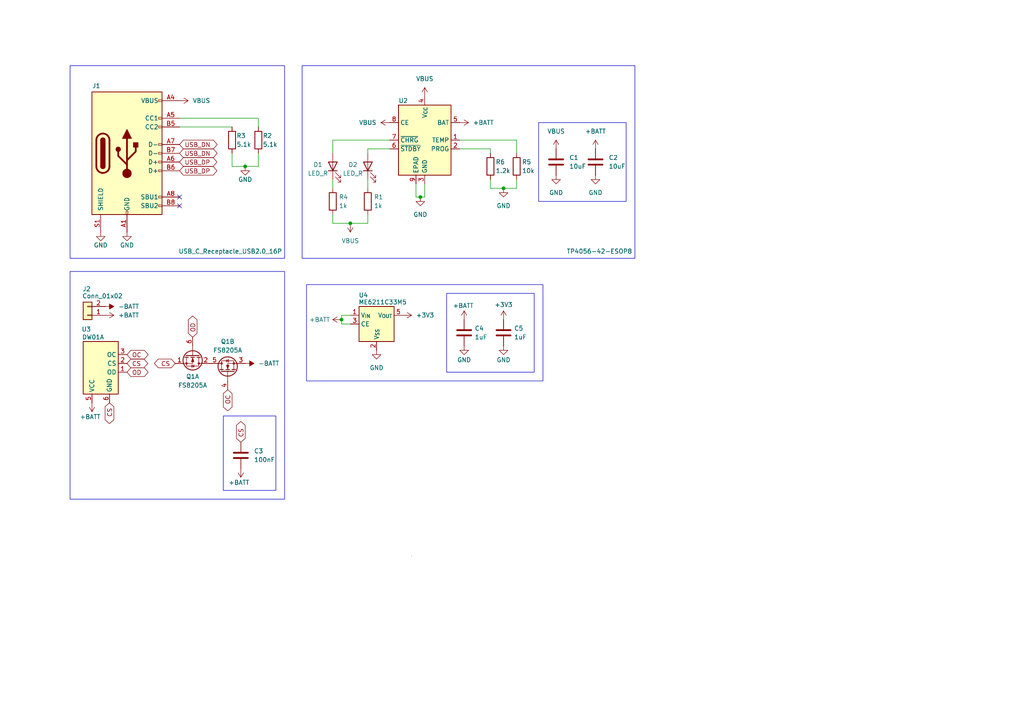
<source format=kicad_sch>
(kicad_sch (version 20250114) (generator "eeschema") (generator_version "9.0")
  (paper "A4")
  (lib_symbols
    (symbol "Battery_Management:DW01A"
      (property "Reference" "U3" (at 1.2701 6.35 90))
      (property "Value" "DW01A" (at -1.2699 6.35 90))
      (symbol "DW01A_0_1"
        (pin power_in line (at -10.16 2.54 0) (length 2.54) (name "VCC") (number "5"))
        (pin power_in line (at -10.16 -2.54 0) (length 2.54) (name "GND") (number "6"))
        (pin output line (at -1.27 -7.62 90) (length 2.54) (name "OD") (number "1"))
        (pin input line (at 1.27 -7.62 90) (length 2.54) (name "CS") (number "2"))
        (pin output line (at 3.81 -7.62 90) (length 2.54) (name "OC") (number "3"))
      )
      (symbol "DW01A_1_1"
        (rectangle (start -7.62 5.08) (end 7.62 -5.08) (stroke (width 0.254)) (fill (type background)))
        (pin no_connect line (at 10.16 2.54 180) (length 2.54) (hide yes) (name "TD") (number "4"))
      )
    )
    (symbol "Battery_Management:TP4056-42-ESOP8"
      (property "Reference" "U" (at -6.604 11.684 0))
      (property "Value" "TP4056-42-ESOP8" (at 10.16 11.684 0))
      (symbol "TP4056-42-ESOP8_1_0"
        (pin input line (at -10.16 5.08 0) (length 2.54) (name "CE") (number "8"))
        (pin open_collector line (at -10.16 0 0) (length 2.54) (name "~{CHRG}") (number "7"))
        (pin open_collector line (at -10.16 -2.54 0) (length 2.54) (name "~{STDBY}") (number "6"))
        (pin passive line (at -2.54 -12.7 90) (length 2.54) (name "EPAD") (number "9"))
        (pin power_in line (at 0 12.7 270) (length 2.54) (name "V_{CC}") (number "4"))
        (pin power_in line (at 0 -12.7 90) (length 2.54) (name "GND") (number "3"))
        (pin power_out line (at 10.16 5.08 180) (length 2.54) (name "BAT") (number "5"))
        (pin input line (at 10.16 0 180) (length 2.54) (name "TEMP") (number "1"))
        (pin passive line (at 10.16 -2.54 180) (length 2.54) (name "PROG") (number "2"))
      )
      (symbol "TP4056-42-ESOP8_1_1"
        (rectangle (start -7.62 10.16) (end 7.62 -10.16) (stroke (width 0.254)) (fill (type background)))
      )
    )
    (symbol "Connector:USB_C_Receptacle_USB2.0_16P" (pin_names (offset 1.016))
      (property "Reference" "J" (at 0 22.225 0))
      (property "Value" "USB_C_Receptacle_USB2.0_16P" (at 0 19.685 0))
      (symbol "USB_C_Receptacle_USB2.0_16P_0_0"
        (rectangle (start -0.254 -17.78) (end 0.254 -16.764))
        (rectangle (start 10.16 15.494) (end 9.144 14.986))
        (rectangle (start 10.16 10.414) (end 9.144 9.906))
        (rectangle (start 10.16 7.874) (end 9.144 7.366))
        (rectangle (start 10.16 2.794) (end 9.144 2.286))
        (rectangle (start 10.16 0.254) (end 9.144 -0.254))
        (rectangle (start 10.16 -2.286) (end 9.144 -2.794))
        (rectangle (start 10.16 -4.826) (end 9.144 -5.334))
        (rectangle (start 10.16 -12.446) (end 9.144 -12.954))
        (rectangle (start 10.16 -14.986) (end 9.144 -15.494))
      )
      (symbol "USB_C_Receptacle_USB2.0_16P_0_1"
        (rectangle (start -10.16 17.78) (end 10.16 -17.78) (stroke (width 0.254)) (fill (type background)))
        (polyline (pts (xy -8.89 -3.81) (xy -8.89 3.81)) (stroke (width 0.508)))
        (rectangle (start -7.62 -3.81) (end -6.35 3.81) (stroke (width 0.254)) (fill (type outline)))
        (arc (start -7.62 3.81) (mid -6.985 4.4423) (end -6.35 3.81) (stroke (width 0.254)))
        (arc (start -7.62 3.81) (mid -6.985 4.4423) (end -6.35 3.81) (stroke (width 0.254)) (fill (type outline)))
        (arc (start -8.89 3.81) (mid -6.985 5.7067) (end -5.08 3.81) (stroke (width 0.508)))
        (arc (start -5.08 -3.81) (mid -6.985 -5.7067) (end -8.89 -3.81) (stroke (width 0.508)))
        (arc (start -6.35 -3.81) (mid -6.985 -4.4423) (end -7.62 -3.81) (stroke (width 0.254)))
        (arc (start -6.35 -3.81) (mid -6.985 -4.4423) (end -7.62 -3.81) (stroke (width 0.254)) (fill (type outline)))
        (polyline (pts (xy -5.08 3.81) (xy -5.08 -3.81)) (stroke (width 0.508)))
        (circle (center -2.54 1.143) (radius 0.635) (stroke (width 0.254)) (fill (type outline)))
        (polyline (pts (xy -1.27 4.318) (xy 0 6.858) (xy 1.27 4.318) (xy -1.27 4.318)) (stroke (width 0.254)) (fill (type outline)))
        (polyline (pts (xy 0 -2.032) (xy 2.54 0.508) (xy 2.54 1.778)) (stroke (width 0.508)))
        (polyline (pts (xy 0 -3.302) (xy -2.54 -0.762) (xy -2.54 0.508)) (stroke (width 0.508)))
        (polyline (pts (xy 0 -5.842) (xy 0 4.318)) (stroke (width 0.508)))
        (circle (center 0 -5.842) (radius 1.27) (fill (type outline)))
        (rectangle (start 1.905 1.778) (end 3.175 3.048) (stroke (width 0.254)) (fill (type outline)))
      )
      (symbol "USB_C_Receptacle_USB2.0_16P_1_1"
        (pin passive line (at -7.62 -22.86 90) (length 5.08) (name "SHIELD") (number "S1"))
        (pin passive line (at 0 -22.86 90) (length 5.08) (name "GND") (number "A1"))
        (pin passive line (at 0 -22.86 90) (length 5.08) (hide yes) (name "GND") (number "A12"))
        (pin passive line (at 0 -22.86 90) (length 5.08) (hide yes) (name "GND") (number "B1"))
        (pin passive line (at 0 -22.86 90) (length 5.08) (hide yes) (name "GND") (number "B12"))
        (pin passive line (at 15.24 15.24 180) (length 5.08) (name "VBUS") (number "A4"))
        (pin passive line (at 15.24 15.24 180) (length 5.08) (hide yes) (name "VBUS") (number "A9"))
        (pin passive line (at 15.24 15.24 180) (length 5.08) (hide yes) (name "VBUS") (number "B4"))
        (pin passive line (at 15.24 15.24 180) (length 5.08) (hide yes) (name "VBUS") (number "B9"))
        (pin bidirectional line (at 15.24 10.16 180) (length 5.08) (name "CC1") (number "A5"))
        (pin bidirectional line (at 15.24 7.62 180) (length 5.08) (name "CC2") (number "B5"))
        (pin bidirectional line (at 15.24 2.54 180) (length 5.08) (name "D-") (number "A7"))
        (pin bidirectional line (at 15.24 0 180) (length 5.08) (name "D-") (number "B7"))
        (pin bidirectional line (at 15.24 -2.54 180) (length 5.08) (name "D+") (number "A6"))
        (pin bidirectional line (at 15.24 -5.08 180) (length 5.08) (name "D+") (number "B6"))
        (pin bidirectional line (at 15.24 -12.7 180) (length 5.08) (name "SBU1") (number "A8"))
        (pin bidirectional line (at 15.24 -15.24 180) (length 5.08) (name "SBU2") (number "B8"))
      )
    )
    (symbol "Connector_Generic:Conn_01x02" (pin_names (offset 1.016) (hide yes))
      (property "Reference" "J" (at 0 2.54 0))
      (property "Value" "Conn_01x02" (at 0 -5.08 0))
      (symbol "Conn_01x02_1_1"
        (rectangle (start -1.27 1.27) (end 1.27 -3.81) (stroke (width 0.254)) (fill (type background)))
        (rectangle (start -1.27 0.127) (end 0 -0.127) (stroke (width 0.1524)))
        (rectangle (start -1.27 -2.413) (end 0 -2.667) (stroke (width 0.1524)))
        (pin passive line (at -5.08 0 0) (length 3.81) (name "Pin_1") (number "1"))
        (pin passive line (at -5.08 -2.54 0) (length 3.81) (name "Pin_2") (number "2"))
      )
    )
    (symbol "Device:C" (pin_numbers (hide yes)) (pin_names (offset 0.254))
      (property "Reference" "C" (at 0.635 2.54 0))
      (property "Value" "C" (at 0.635 -2.54 0))
      (symbol "C_0_1"
        (polyline (pts (xy -2.032 0.762) (xy 2.032 0.762)) (stroke (width 0.508)))
        (polyline (pts (xy -2.032 -0.762) (xy 2.032 -0.762)) (stroke (width 0.508)))
      )
      (symbol "C_1_1"
        (pin passive line (at 0 3.81 270) (length 2.794) (name "~") (number "1"))
        (pin passive line (at 0 -3.81 90) (length 2.794) (name "~") (number "2"))
      )
    )
    (symbol "Device:LED" (pin_numbers (hide yes)) (pin_names (offset 1.016) (hide yes))
      (property "Reference" "D" (at 0 2.54 0))
      (property "Value" "LED" (at 0 -2.54 0))
      (symbol "LED_0_1"
        (polyline (pts (xy -3.048 -0.762) (xy -4.572 -2.286) (xy -3.81 -2.286) (xy -4.572 -2.286) (xy -4.572 -1.524)))
        (polyline (pts (xy -1.778 -0.762) (xy -3.302 -2.286) (xy -2.54 -2.286) (xy -3.302 -2.286) (xy -3.302 -1.524)))
        (polyline (pts (xy -1.27 0) (xy 1.27 0)))
        (polyline (pts (xy -1.27 -1.27) (xy -1.27 1.27)) (stroke (width 0.254)))
        (polyline (pts (xy 1.27 -1.27) (xy 1.27 1.27) (xy -1.27 0) (xy 1.27 -1.27)) (stroke (width 0.254)))
      )
      (symbol "LED_1_1"
        (pin passive line (at -3.81 0 0) (length 2.54) (name "K") (number "1"))
        (pin passive line (at 3.81 0 180) (length 2.54) (name "A") (number "2"))
      )
    )
    (symbol "Device:R" (pin_numbers (hide yes)) (pin_names (offset 0))
      (property "Reference" "R" (at 2.032 0 90))
      (property "Value" "R" (at 0 0 90))
      (symbol "R_0_1"
        (rectangle (start -1.016 -2.54) (end 1.016 2.54) (stroke (width 0.254)))
      )
      (symbol "R_1_1"
        (pin passive line (at 0 3.81 270) (length 1.27) (name "~") (number "1"))
        (pin passive line (at 0 -3.81 90) (length 1.27) (name "~") (number "2"))
      )
    )
    (symbol "Regulator_Linear:ME6211C33M5"
      (property "Reference" "U" (at -4.572 6.35 0))
      (property "Value" "ME6211C33M5" (at 10.16 8.636 0))
      (symbol "ME6211C33M5_1_1"
        (rectangle (start -5.08 5.08) (end 5.08 -5.08) (stroke (width 0.254)) (fill (type background)))
        (pin power_in line (at -7.62 2.54 0) (length 2.54) (name "V_{IN}") (number "1"))
        (pin input line (at -7.62 0 0) (length 2.54) (name "CE") (number "3"))
        (pin power_in line (at 0 -7.62 90) (length 2.54) (name "V_{SS}") (number "2"))
        (pin no_connect line (at 5.08 0 180) (length 2.54) (hide yes) (name "NC") (number "4"))
        (pin power_out line (at 7.62 2.54 180) (length 2.54) (name "V_{OUT}") (number "5"))
      )
    )
    (symbol "VRCBadge:FS8205A" (pin_names (offset 0) (hide yes))
      (property "Reference" "Q" (at 5.08 1.905 0))
      (property "Value" "FS8205A" (at 5.08 0 0))
      (symbol "FS8205A_0_1"
        (polyline (pts (xy 0.254 1.905) (xy 0.254 -1.905)) (stroke (width 0.254)))
        (polyline (pts (xy 0.254 0) (xy -2.54 0)))
        (polyline (pts (xy 0.762 2.286) (xy 0.762 1.27)) (stroke (width 0.254)))
        (polyline (pts (xy 0.762 0.508) (xy 0.762 -0.508)) (stroke (width 0.254)))
        (polyline (pts (xy 0.762 -1.27) (xy 0.762 -2.286)) (stroke (width 0.254)))
        (polyline (pts (xy 0.762 -1.778) (xy 3.302 -1.778) (xy 3.302 1.778) (xy 0.762 1.778)))
        (polyline (pts (xy 1.016 0) (xy 2.032 0.381) (xy 2.032 -0.381) (xy 1.016 0)) (fill (type outline)))
        (circle (center 1.651 0) (radius 2.794) (stroke (width 0.254)))
        (polyline (pts (xy 2.54 2.54) (xy 2.54 1.778)))
        (circle (center 2.54 1.778) (radius 0.254) (fill (type outline)))
        (circle (center 2.54 -1.778) (radius 0.254) (fill (type outline)))
        (polyline (pts (xy 2.54 -2.54) (xy 2.54 0) (xy 0.762 0)))
        (polyline (pts (xy 2.921 0.381) (xy 3.683 0.381)))
        (polyline (pts (xy 3.302 0.381) (xy 2.921 -0.254) (xy 3.683 -0.254) (xy 3.302 0.381)))
      )
      (symbol "FS8205A_1_1"
        (pin input line (at -5.08 0 0) (length 2.54) (name "G") (number "6"))
        (pin passive line (at 2.54 5.08 270) (length 2.54) (name "D") (number "2"))
        (pin passive line (at 2.54 -5.08 90) (length 2.54) (name "S") (number "1"))
      )
      (symbol "FS8205A_2_1"
        (pin input line (at -5.08 0 0) (length 2.54) (name "G") (number "4"))
        (pin passive line (at 2.54 5.08 270) (length 2.54) (name "D") (number "5"))
        (pin passive line (at 2.54 -5.08 90) (length 2.54) (name "S") (number "3"))
      )
    )
    (symbol "power:+3V3" (power) (pin_numbers (hide yes)) (pin_names (offset 0) (hide yes))
      (property "Value" "+3V3" (at 0 3.556 0))
      (symbol "+3V3_0_1"
        (polyline (pts (xy -0.762 1.27) (xy 0 2.54)))
        (polyline (pts (xy 0 2.54) (xy 0.762 1.27)))
        (polyline (pts (xy 0 0) (xy 0 2.54)))
      )
      (symbol "+3V3_1_1"
        (pin power_in line (at 0 0 90) (length 0) (name "~") (number "1"))
      )
    )
    (symbol "power:+BATT" (power) (pin_numbers (hide yes)) (pin_names (offset 0) (hide yes))
      (property "Value" "+BATT" (at 0 3.556 0))
      (symbol "+BATT_0_1"
        (polyline (pts (xy -0.762 1.27) (xy 0 2.54)))
        (polyline (pts (xy 0 2.54) (xy 0.762 1.27)))
        (polyline (pts (xy 0 0) (xy 0 2.54)))
      )
      (symbol "+BATT_1_1"
        (pin power_in line (at 0 0 90) (length 0) (name "~") (number "1"))
      )
    )
    (symbol "power:-BATT" (power) (pin_numbers (hide yes)) (pin_names (offset 0) (hide yes))
      (property "Value" "-BATT" (at 0 3.556 0))
      (symbol "-BATT_0_1"
        (polyline (pts (xy 0 0) (xy 0 2.54)))
        (polyline (pts (xy 0.762 1.27) (xy -0.762 1.27) (xy 0 2.54) (xy 0.762 1.27)) (fill (type outline)))
      )
      (symbol "-BATT_1_1"
        (pin power_in line (at 0 0 90) (length 0) (name "~") (number "1"))
      )
    )
    (symbol "power:GND" (power) (pin_numbers (hide yes)) (pin_names (offset 0) (hide yes))
      (property "Value" "GND" (at 0 -3.81 0))
      (symbol "GND_0_1"
        (polyline (pts (xy 0 0) (xy 0 -1.27) (xy 1.27 -1.27) (xy 0 -2.54) (xy -1.27 -1.27) (xy 0 -1.27)))
      )
      (symbol "GND_1_1"
        (pin power_in line (at 0 0 270) (length 0) (name "~") (number "1"))
      )
    )
    (symbol "power:VBUS" (power) (pin_numbers (hide yes)) (pin_names (offset 0) (hide yes))
      (property "Value" "VBUS" (at 0 3.556 0))
      (symbol "VBUS_0_1"
        (polyline (pts (xy -0.762 1.27) (xy 0 2.54)))
        (polyline (pts (xy 0 2.54) (xy 0.762 1.27)))
        (polyline (pts (xy 0 0) (xy 0 2.54)))
      )
      (symbol "VBUS_1_1"
        (pin power_in line (at 0 0 90) (length 0) (name "~") (number "1"))
      )
    )
  )
  (rectangle (start 119.38 161.29) (end 119.38 161.29))
  (rectangle (start 88.9 82.55) (end 157.48 110.49))
  (rectangle (start 64.77 120.65) (end 80.01 142.24))
  (rectangle (start 20.32 19.05) (end 82.55 74.93))
  (rectangle (start 20.32 78.74) (end 82.55 144.78))
  (rectangle (start 156.21 35.56) (end 181.61 58.42))
  (rectangle (start 87.63 19.05) (end 184.15 74.93))
  (rectangle (start 129.54 85.09) (end 154.94 107.95))
  (junction (at 101.6 64.77))
  (junction (at 146.05 54.61))
  (junction (at 99.06 92.71))
  (junction (at 71.12 48.26))
  (junction (at 121.92 57.15))
  (no_connect (at 52.07 59.69))
  (no_connect (at 52.07 57.15))
  (wire (pts (xy 106.68 54.61) (xy 106.68 52.07)))
  (wire (pts (xy 113.03 40.64) (xy 96.52 40.64)))
  (wire (pts (xy 101.6 64.77) (xy 106.68 64.77)))
  (wire (pts (xy 67.31 48.26) (xy 71.12 48.26)))
  (wire (pts (xy 52.07 34.29) (xy 74.93 34.29)))
  (wire (pts (xy 142.24 52.07) (xy 142.24 54.61)))
  (wire (pts (xy 74.93 44.45) (xy 74.93 48.26)))
  (wire (pts (xy 106.68 64.77) (xy 106.68 62.23)))
  (wire (pts (xy 99.06 91.44) (xy 101.6 91.44)))
  (wire (pts (xy 146.05 54.61) (xy 149.86 54.61)))
  (wire (pts (xy 99.06 92.71) (xy 99.06 91.44)))
  (wire (pts (xy 96.52 62.23) (xy 96.52 64.77)))
  (wire (pts (xy 142.24 54.61) (xy 146.05 54.61)))
  (wire (pts (xy 52.07 36.83) (xy 67.31 36.83)))
  (wire (pts (xy 123.19 57.15) (xy 123.19 53.34)))
  (wire (pts (xy 67.31 44.45) (xy 67.31 48.26)))
  (wire (pts (xy 149.86 40.64) (xy 149.86 44.45)))
  (wire (pts (xy 149.86 52.07) (xy 149.86 54.61)))
  (wire (pts (xy 120.65 57.15) (xy 121.92 57.15)))
  (wire (pts (xy 101.6 93.98) (xy 99.06 93.98)))
  (wire (pts (xy 113.03 43.18) (xy 106.68 43.18)))
  (wire (pts (xy 99.06 93.98) (xy 99.06 92.71)))
  (wire (pts (xy 106.68 43.18) (xy 106.68 44.45)))
  (wire (pts (xy 74.93 34.29) (xy 74.93 36.83)))
  (wire (pts (xy 142.24 43.18) (xy 142.24 44.45)))
  (wire (pts (xy 121.92 57.15) (xy 123.19 57.15)))
  (wire (pts (xy 96.52 64.77) (xy 101.6 64.77)))
  (wire (pts (xy 96.52 40.64) (xy 96.52 44.45)))
  (wire (pts (xy 71.12 48.26) (xy 74.93 48.26)))
  (wire (pts (xy 96.52 54.61) (xy 96.52 52.07)))
  (wire (pts (xy 120.65 53.34) (xy 120.65 57.15)))
  (wire (pts (xy 133.35 40.64) (xy 149.86 40.64)))
  (wire (pts (xy 133.35 43.18) (xy 142.24 43.18)))
  (global_label "CS" (shape bidirectional) (at 36.83 105.41 0) (property "Intersheetrefs" "${INTERSHEET_REFS}" (effects (hide yes))))
  (global_label "USB_DN" (shape bidirectional) (at 52.07 41.91 0) (property "Intersheetrefs" "${INTERSHEET_REFS}" (effects (hide yes))))
  (global_label "CS" (shape bidirectional) (at 50.8 105.41 180) (property "Intersheetrefs" "${INTERSHEET_REFS}" (effects (hide yes))))
  (global_label "OD" (shape bidirectional) (at 55.88 97.79 90) (property "Intersheetrefs" "${INTERSHEET_REFS}" (effects (hide yes))))
  (global_label "CS" (shape bidirectional) (at 69.85 128.27 90) (property "Intersheetrefs" "${INTERSHEET_REFS}" (effects (hide yes))))
  (global_label "OC" (shape bidirectional) (at 66.04 113.03 270) (property "Intersheetrefs" "${INTERSHEET_REFS}" (effects (hide yes))))
  (global_label "OD" (shape bidirectional) (at 36.83 107.95 0) (property "Intersheetrefs" "${INTERSHEET_REFS}" (effects (hide yes))))
  (global_label "OC" (shape bidirectional) (at 36.83 102.87 0) (property "Intersheetrefs" "${INTERSHEET_REFS}" (effects (hide yes))))
  (global_label "USB_DP" (shape bidirectional) (at 52.07 46.99 0) (property "Intersheetrefs" "${INTERSHEET_REFS}" (effects (hide yes))))
  (global_label "CS" (shape bidirectional) (at 31.75 116.84 270) (property "Intersheetrefs" "${INTERSHEET_REFS}" (effects (hide yes))))
  (global_label "USB_DN" (shape bidirectional) (at 52.07 44.45 0) (property "Intersheetrefs" "${INTERSHEET_REFS}" (effects (hide yes))))
  (global_label "USB_DP" (shape bidirectional) (at 52.07 49.53 0) (property "Intersheetrefs" "${INTERSHEET_REFS}" (effects (hide yes))))
  (symbol (lib_id "power:+3V3") (at 146.05 92.71 0) (unit 1)
    (property "Reference" "#PWR026" (effects (hide yes)))
    (property "Value" "+3V3" (at 146.05 88.392 0))
    (property "Description" "Power symbol creates a global label with name \"+3V3\"" (effects (hide yes)))
  )
  (symbol (lib_id "power:VBUS") (at 101.6 64.77 180) (unit 1)
    (property "Reference" "#PWR012" (effects (hide yes)))
    (property "Value" "VBUS" (at 101.6 69.85 0))
    (property "Description" "Power symbol creates a global label with name \"VBUS\"" (effects (hide yes)))
  )
  (symbol (lib_id "power:GND") (at 71.12 48.26 0) (unit 1)
    (property "Reference" "#PWR04" (effects (hide yes)))
    (property "Value" "GND" (at 71.12 52.07 0))
    (property "Description" "Power symbol creates a global label with name \"GND\" , ground" (effects (hide yes)))
  )
  (symbol (lib_id "power:GND") (at 146.05 54.61 0) (unit 1)
    (property "Reference" "#PWR014" (effects (hide yes)))
    (property "Value" "GND" (at 146.05 59.69 0))
    (property "Description" "Power symbol creates a global label with name \"GND\" , ground" (effects (hide yes)))
  )
  (symbol (lib_id "VRCBadge:FS8205A") (at 66.04 107.95 90) (unit 2)
    (property "Reference" "Q1" (at 66.04 99.06 90))
    (property "Value" "FS8205A" (at 66.04 101.6 90))
    (property "Footprint" "Package_TO_SOT_SMD:SOT-23-6" (effects (hide yes)))
    (property "Datasheet" "https://datasheet.lcsc.com/lcsc/1811021710_Fortune-Semicon-FS8205A_C32254.pdf" (effects (hide yes)))
    (property "Description" "Dual N-channel MOSFET for battery protection, SOT-23-6" (effects (hide yes)))
    (property "LCSC Part" "C32254" (effects (hide yes)))
  )
  (symbol (lib_id "Device:C") (at 134.62 96.52 0) (unit 1)
    (property "Reference" "C4" (at 137.668 95.25 0) (effects (justify left)))
    (property "Value" "1uF" (at 137.668 97.79 0) (effects (justify left)))
    (property "Description" "Unpolarized capacitor" (effects (hide yes)))
  )
  (symbol (lib_id "power:VBUS") (at 123.19 27.94 0) (unit 1)
    (property "Reference" "#PWR07" (effects (hide yes)))
    (property "Value" "VBUS" (at 123.19 22.86 0))
    (property "Description" "Power symbol creates a global label with name \"VBUS\"" (effects (hide yes)))
  )
  (symbol (lib_id "Device:R") (at 96.52 58.42 0) (unit 1)
    (property "Reference" "R4" (at 98.298 57.15 0) (effects (justify left)))
    (property "Value" "1k" (at 98.298 59.69 0) (effects (justify left)))
    (property "Description" "Resistor" (effects (hide yes)))
  )
  (symbol (lib_id "power:VBUS") (at 161.29 43.18 0) (unit 1)
    (property "Reference" "#PWR015" (effects (hide yes)))
    (property "Value" "VBUS" (at 161.29 38.1 0))
    (property "Description" "Power symbol creates a global label with name \"VBUS\"" (effects (hide yes)))
  )
  (symbol (lib_id "Battery_Management:DW01A") (at 29.21 106.68 90) (unit 1)
    (property "Reference" "U3" (at 26.416 95.504 90) (effects (justify left)))
    (property "Value" "DW01A" (at 30.226 97.7899 90) (effects (justify left)))
    (property "Footprint" "Package_TO_SOT_SMD:SOT-23-6" (effects (hide yes)))
    (property "Datasheet" "https://hmsemi.com/downfile/DW01A.PDF" (effects (hide yes)))
    (property "Description" "Overcharge, overcurrent and overdischarge protection IC for single cell lithium-ion/polymer battery" (effects (hide yes)))
  )
  (symbol (lib_id "power:+BATT") (at 134.62 92.71 0) (unit 1)
    (property "Reference" "#PWR025" (effects (hide yes)))
    (property "Value" "+BATT" (at 131.318 88.646 0) (effects (justify left)))
    (property "Description" "Power symbol creates a global label with name \"+BATT\"" (effects (hide yes)))
  )
  (symbol (lib_id "power:GND") (at 109.22 101.6 0) (unit 1)
    (property "Reference" "#PWR023" (effects (hide yes)))
    (property "Value" "GND" (at 109.22 106.68 0))
    (property "Description" "Power symbol creates a global label with name \"GND\" , ground" (effects (hide yes)))
  )
  (symbol (lib_id "power:+BATT") (at 99.06 92.71 90) (unit 1)
    (property "Reference" "#PWR022" (effects (hide yes)))
    (property "Value" "+BATT" (at 95.758 92.71 90) (effects (justify left)))
    (property "Description" "Power symbol creates a global label with name \"+BATT\"" (effects (hide yes)))
  )
  (symbol (lib_id "Device:LED") (at 106.68 48.26 90) (unit 1)
    (property "Reference" "D2" (at 102.362 47.752 90))
    (property "Value" "LED_R" (at 102.362 50.292 90))
    (property "Description" "Light emitting diode" (effects (hide yes)))
    (property "Sim.Pins" "1=K 2=A" (effects (hide yes)))
  )
  (symbol (lib_id "power:-BATT") (at 71.12 105.41 270) (unit 1)
    (property "Reference" "#PWR021" (effects (hide yes)))
    (property "Value" "-BATT" (at 74.93 105.4099 90) (effects (justify left)))
    (property "Description" "Power symbol creates a global label with name \"-BATT\"" (effects (hide yes)))
  )
  (symbol (lib_id "Battery_Management:TP4056-42-ESOP8") (at 123.19 40.64 0) (unit 1)
    (property "Reference" "U2" (at 115.57 29.21 0) (effects (justify left)))
    (property "Value" "TP4056-42-ESOP8" (at 164.338 72.898 0) (effects (justify left)))
    (property "Footprint" "Package_SO:SOIC-8-1EP_3.9x4.9mm_P1.27mm_EP2.41x3.3mm_ThermalVias" (effects (hide yes)))
    (property "Datasheet" "https://www.lcsc.com/datasheet/lcsc_datasheet_2410121619_TOPPOWER-Nanjing-Extension-Microelectronics-TP4056-42-ESOP8_C16581.pdf" (effects (hide yes)))
    (property "Description" "1A Standalone Linear Li-ion/LiPo single-cell battery charger, 4.2V ±1% charge voltage, VCC = 4.0..8.0V, SOIC-8 (SOP-8)" (effects (hide yes)))
  )
  (symbol (lib_id "power:GND") (at 172.72 50.8 0) (unit 1)
    (property "Reference" "#PWR018" (effects (hide yes)))
    (property "Value" "GND" (at 172.72 55.88 0))
    (property "Description" "Power symbol creates a global label with name \"GND\" , ground" (effects (hide yes)))
  )
  (symbol (lib_id "Device:C") (at 69.85 132.08 0) (unit 1)
    (property "Reference" "C3" (at 73.66 130.8099 0) (effects (justify left)))
    (property "Value" "100nF" (at 73.66 133.3499 0) (effects (justify left)))
    (property "Description" "Unpolarized capacitor" (effects (hide yes)))
  )
  (symbol (lib_id "power:GND") (at 36.83 67.31 0) (unit 1)
    (property "Reference" "#PWR02" (effects (hide yes)))
    (property "Value" "GND" (at 36.83 71.12 0))
    (property "Description" "Power symbol creates a global label with name \"GND\" , ground" (effects (hide yes)))
  )
  (symbol (lib_id "Device:R") (at 67.31 40.64 0) (unit 1)
    (property "Reference" "R3" (at 68.58 39.37 0) (effects (justify left)))
    (property "Value" "5.1k" (at 68.58 41.91 0) (effects (justify left)))
    (property "Description" "Resistor" (effects (hide yes)))
  )
  (symbol (lib_id "power:VBUS") (at 52.07 29.21 270) (unit 1)
    (property "Reference" "#PWR03" (effects (hide yes)))
    (property "Value" "VBUS" (at 55.88 29.2099 90) (effects (justify left)))
    (property "Description" "Power symbol creates a global label with name \"VBUS\"" (effects (hide yes)))
  )
  (symbol (lib_id "power:GND") (at 161.29 50.8 0) (unit 1)
    (property "Reference" "#PWR017" (effects (hide yes)))
    (property "Value" "GND" (at 161.29 55.88 0))
    (property "Description" "Power symbol creates a global label with name \"GND\" , ground" (effects (hide yes)))
  )
  (symbol (lib_id "power:GND") (at 121.92 57.15 0) (unit 1)
    (property "Reference" "#PWR09" (effects (hide yes)))
    (property "Value" "GND" (at 121.92 62.23 0))
    (property "Description" "Power symbol creates a global label with name \"GND\" , ground" (effects (hide yes)))
  )
  (symbol (lib_id "power:+BATT") (at 172.72 43.18 0) (unit 1)
    (property "Reference" "#PWR016" (effects (hide yes)))
    (property "Value" "+BATT" (at 172.72 38.1 0))
    (property "Description" "Power symbol creates a global label with name \"+BATT\"" (effects (hide yes)))
  )
  (symbol (lib_id "Device:R") (at 106.68 58.42 0) (unit 1)
    (property "Reference" "R1" (at 108.458 57.15 0) (effects (justify left)))
    (property "Value" "1k" (at 108.458 59.69 0) (effects (justify left)))
    (property "Description" "Resistor" (effects (hide yes)))
  )
  (symbol (lib_id "power:+BATT") (at 133.35 35.56 270) (unit 1)
    (property "Reference" "#PWR08" (effects (hide yes)))
    (property "Value" "+BATT" (at 137.16 35.5599 90) (effects (justify left)))
    (property "Description" "Power symbol creates a global label with name \"+BATT\"" (effects (hide yes)))
  )
  (symbol (lib_id "Device:C") (at 172.72 46.99 0) (unit 1)
    (property "Reference" "C2" (at 176.53 45.7199 0) (effects (justify left)))
    (property "Value" "10uF" (at 176.53 48.2599 0) (effects (justify left)))
    (property "Description" "Unpolarized capacitor" (effects (hide yes)))
  )
  (symbol (lib_id "Connector:USB_C_Receptacle_USB2.0_16P") (at 36.83 44.45 0) (unit 1)
    (property "Reference" "J1" (at 27.94 24.892 0))
    (property "Value" "USB_C_Receptacle_USB2.0_16P" (at 66.802 72.898 0))
    (property "Datasheet" "https://www.usb.org/sites/default/files/documents/usb_type-c.zip" (effects (hide yes)))
    (property "Description" "USB 2.0-only 16P Type-C Receptacle connector" (effects (hide yes)))
  )
  (symbol (lib_id "power:+BATT") (at 30.48 91.44 270) (unit 1)
    (property "Reference" "#PWR010" (effects (hide yes)))
    (property "Value" "+BATT" (at 34.29 91.4399 90) (effects (justify left)))
    (property "Description" "Power symbol creates a global label with name \"+BATT\"" (effects (hide yes)))
  )
  (symbol (lib_id "Device:R") (at 149.86 48.26 180) (unit 1)
    (property "Reference" "R5" (at 151.384 46.99 0) (effects (justify right)))
    (property "Value" "10k" (at 151.384 49.53 0) (effects (justify right)))
    (property "Description" "Resistor" (effects (hide yes)))
  )
  (symbol (lib_id "Device:C") (at 161.29 46.99 0) (unit 1)
    (property "Reference" "C1" (at 165.1 45.7199 0) (effects (justify left)))
    (property "Value" "10uF" (at 165.1 48.2599 0) (effects (justify left)))
    (property "Description" "Unpolarized capacitor" (effects (hide yes)))
  )
  (symbol (lib_id "power:VBUS") (at 113.03 35.56 90) (unit 1)
    (property "Reference" "#PWR013" (effects (hide yes)))
    (property "Value" "VBUS" (at 109.22 35.5599 90) (effects (justify left)))
    (property "Description" "Power symbol creates a global label with name \"VBUS\"" (effects (hide yes)))
  )
  (symbol (lib_id "Device:LED") (at 96.52 48.26 90) (unit 1)
    (property "Reference" "D1" (at 92.202 47.752 90))
    (property "Value" "LED_R" (at 92.202 50.292 90))
    (property "Description" "Light emitting diode" (effects (hide yes)))
    (property "Sim.Pins" "1=K 2=A" (effects (hide yes)))
  )
  (symbol (lib_id "power:+BATT") (at 69.85 135.89 180) (unit 1)
    (property "Reference" "#PWR020" (effects (hide yes)))
    (property "Value" "+BATT" (at 69.342 139.954 0))
    (property "Description" "Power symbol creates a global label with name \"+BATT\"" (effects (hide yes)))
  )
  (symbol (lib_id "Device:R") (at 74.93 40.64 0) (unit 1)
    (property "Reference" "R2" (at 76.2 39.37 0) (effects (justify left)))
    (property "Value" "5.1k" (at 76.2 41.91 0) (effects (justify left)))
    (property "Description" "Resistor" (effects (hide yes)))
  )
  (symbol (lib_id "power:GND") (at 146.05 100.33 0) (unit 1)
    (property "Reference" "#PWR028" (effects (hide yes)))
    (property "Value" "GND" (at 146.05 104.394 0))
    (property "Description" "Power symbol creates a global label with name \"GND\" , ground" (effects (hide yes)))
  )
  (symbol (lib_id "Device:R") (at 142.24 48.26 180) (unit 1)
    (property "Reference" "R6" (at 143.764 46.99 0) (effects (justify right)))
    (property "Value" "1.2k" (at 143.764 49.53 0) (effects (justify right)))
    (property "Description" "Resistor" (effects (hide yes)))
  )
  (symbol (lib_id "power:GND") (at 29.21 67.31 0) (unit 1)
    (property "Reference" "#PWR01" (effects (hide yes)))
    (property "Value" "GND" (at 29.21 71.12 0))
    (property "Description" "Power symbol creates a global label with name \"GND\" , ground" (effects (hide yes)))
  )
  (symbol (lib_id "VRCBadge:FS8205A") (at 55.88 102.87 270) (unit 1)
    (property "Reference" "Q1" (at 55.88 109.22 90))
    (property "Value" "FS8205A" (at 55.88 111.76 90))
    (property "Footprint" "Package_TO_SOT_SMD:SOT-23-6" (effects (hide yes)))
    (property "Datasheet" "https://datasheet.lcsc.com/lcsc/1811021710_Fortune-Semicon-FS8205A_C32254.pdf" (effects (hide yes)))
    (property "Description" "Dual N-channel MOSFET for battery protection, SOT-23-6" (effects (hide yes)))
    (property "LCSC Part" "C32254" (effects (hide yes)))
  )
  (symbol (lib_id "Connector_Generic:Conn_01x02") (at 25.4 91.44 180) (unit 1)
    (property "Reference" "J2" (at 25.146 83.82 0))
    (property "Value" "Conn_01x02" (at 29.718 85.852 0))
    (property "Description" "Generic connector, single row, 01x02, script generated (kicad-library-utils/schlib/autogen/connector/)" (effects (hide yes)))
  )
  (symbol (lib_id "power:-BATT") (at 30.48 88.9 270) (unit 1)
    (property "Reference" "#PWR011" (effects (hide yes)))
    (property "Value" "-BATT" (at 34.29 88.8999 90) (effects (justify left)))
    (property "Description" "Power symbol creates a global label with name \"-BATT\"" (effects (hide yes)))
  )
  (symbol (lib_id "Regulator_Linear:ME6211C33M5") (at 109.22 93.98 0) (unit 1)
    (property "Reference" "U4" (at 105.41 85.598 0))
    (property "Value" "ME6211C33M5" (at 110.998 87.63 0))
    (property "Footprint" "Package_TO_SOT_SMD:SOT-23-5" (effects (hide yes)))
    (property "Datasheet" "https://www.lcsc.com/datasheet/lcsc_datasheet_2304140030_MICRONE-Nanjing-Micro-One-Elec-ME6211C33R5G_C235316.pdf" (effects (hide yes)))
    (property "Description" "500mA low dropout linear regulator, shutdown pin, 6.5V max input voltage, 3.3V fixed positive output, SOT-23-5" (effects (hide yes)))
  )
  (symbol (lib_id "power:GND") (at 134.62 100.33 0) (unit 1)
    (property "Reference" "#PWR027" (effects (hide yes)))
    (property "Value" "GND" (at 134.62 104.394 0))
    (property "Description" "Power symbol creates a global label with name \"GND\" , ground" (effects (hide yes)))
  )
  (symbol (lib_id "Device:C") (at 146.05 96.52 0) (unit 1)
    (property "Reference" "C5" (at 149.098 95.25 0) (effects (justify left)))
    (property "Value" "1uF" (at 149.098 97.79 0) (effects (justify left)))
    (property "Description" "Unpolarized capacitor" (effects (hide yes)))
  )
  (symbol (lib_id "power:+3V3") (at 116.84 91.44 270) (unit 1)
    (property "Reference" "#PWR024" (effects (hide yes)))
    (property "Value" "+3V3" (at 120.65 91.4399 90) (effects (justify left)))
    (property "Description" "Power symbol creates a global label with name \"+3V3\"" (effects (hide yes)))
  )
  (symbol (lib_id "power:+BATT") (at 26.67 116.84 180) (unit 1)
    (property "Reference" "#PWR019" (effects (hide yes)))
    (property "Value" "+BATT" (at 26.162 120.904 0))
    (property "Description" "Power symbol creates a global label with name \"+BATT\"" (effects (hide yes)))
  )
)
</source>
